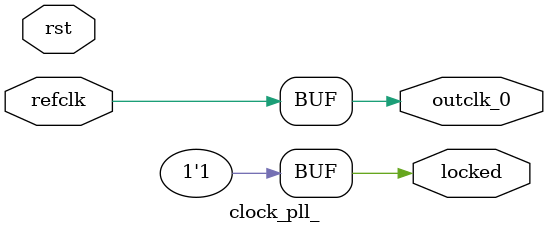
<source format=v>
module clock_pll_ (
    input wire refclk,
    input wire rst,
    output wire outclk_0,
    output wire locked
);

    assign outclk_0 = refclk; // No se divide, solo pasa el clock para simular
    assign locked = 1'b1;     // Siempre "estable"

endmodule
</source>
